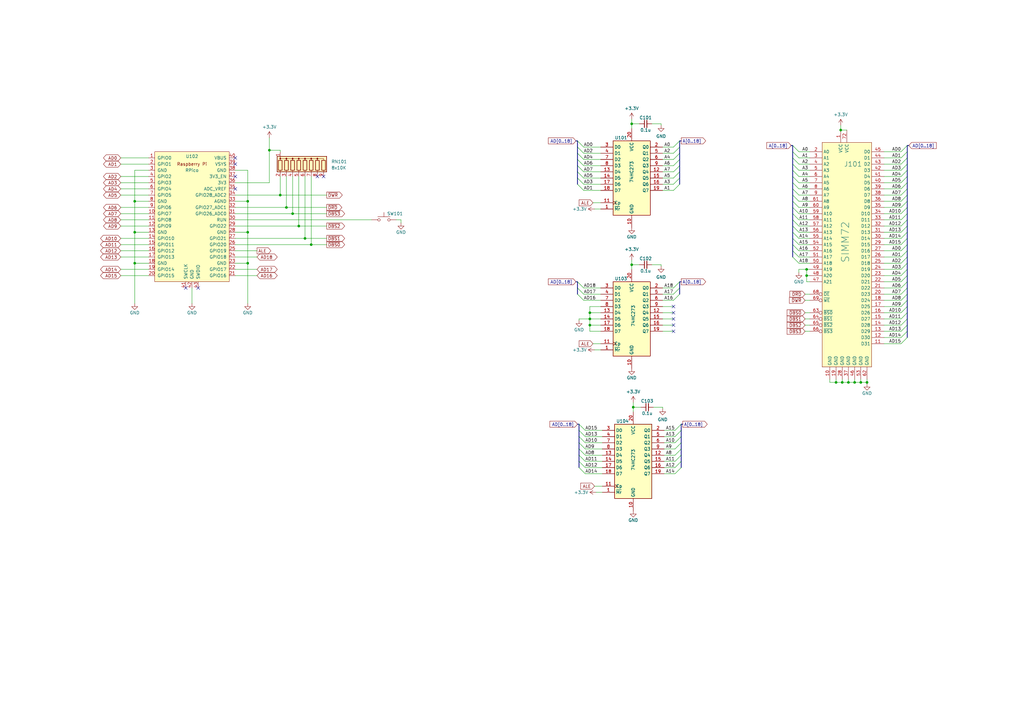
<source format=kicad_sch>
(kicad_sch (version 20230121) (generator eeschema)
  (paper "A3")
  (title_block (title "Raven ROM programmer") (date "2024") (rev "A1") (company "www.happydaze.se"))
  (lib_symbols
    (symbol "68k:RPico" (pin_names (offset 1.016))
      (property "Reference" "U" (at -13.97 27.94 0))
      (property "Value" "RPico" (at 0 19.05 0))
      (symbol "RPico_0_0"
        (text "Raspberry Pi" (at 0 21.59 0) (effects (font (size 1.27 1.27))))
      )
      (symbol "RPico_1_1"
        (pin bidirectional line (at -17.78 24.13 0) (length 2.54) (name "GPIO0") (number "1"))
        (pin bidirectional line (at -17.78 1.27 0) (length 2.54) (name "GPIO7") (number "10"))
        (pin bidirectional line (at -17.78 -1.27 0) (length 2.54) (name "GPIO8") (number "11"))
        (pin bidirectional line (at -17.78 -3.81 0) (length 2.54) (name "GPIO9") (number "12"))
        (pin power_in line (at -17.78 -6.35 0) (length 2.54) (name "GND") (number "13"))
        (pin bidirectional line (at -17.78 -8.89 0) (length 2.54) (name "GPIO10") (number "14"))
        (pin bidirectional line (at -17.78 -11.43 0) (length 2.54) (name "GPIO11") (number "15"))
        (pin bidirectional line (at -17.78 -13.97 0) (length 2.54) (name "GPIO12") (number "16"))
        (pin bidirectional line (at -17.78 -16.51 0) (length 2.54) (name "GPIO13") (number "17"))
        (pin power_in line (at -17.78 -19.05 0) (length 2.54) (name "GND") (number "18"))
        (pin bidirectional line (at -17.78 -21.59 0) (length 2.54) (name "GPIO14") (number "19"))
        (pin bidirectional line (at -17.78 21.59 0) (length 2.54) (name "GPIO1") (number "2"))
        (pin bidirectional line (at -17.78 -24.13 0) (length 2.54) (name "GPIO15") (number "20"))
        (pin bidirectional line (at 17.78 -24.13 180) (length 2.54) (name "GPIO16") (number "21"))
        (pin bidirectional line (at 17.78 -21.59 180) (length 2.54) (name "GPIO17") (number "22"))
        (pin power_in line (at 17.78 -19.05 180) (length 2.54) (name "GND") (number "23"))
        (pin bidirectional line (at 17.78 -16.51 180) (length 2.54) (name "GPIO18") (number "24"))
        (pin bidirectional line (at 17.78 -13.97 180) (length 2.54) (name "GPIO19") (number "25"))
        (pin bidirectional line (at 17.78 -11.43 180) (length 2.54) (name "GPIO20") (number "26"))
        (pin bidirectional line (at 17.78 -8.89 180) (length 2.54) (name "GPIO21") (number "27"))
        (pin power_in line (at 17.78 -6.35 180) (length 2.54) (name "GND") (number "28"))
        (pin bidirectional line (at 17.78 -3.81 180) (length 2.54) (name "GPIO22") (number "29"))
        (pin power_in line (at -17.78 19.05 0) (length 2.54) (name "GND") (number "3"))
        (pin input line (at 17.78 -1.27 180) (length 2.54) (name "RUN") (number "30"))
        (pin bidirectional line (at 17.78 1.27 180) (length 2.54) (name "GPIO26_ADC0") (number "31"))
        (pin bidirectional line (at 17.78 3.81 180) (length 2.54) (name "GPIO27_ADC1") (number "32"))
        (pin power_in line (at 17.78 6.35 180) (length 2.54) (name "AGND") (number "33"))
        (pin bidirectional line (at 17.78 8.89 180) (length 2.54) (name "GPIO28_ADC2") (number "34"))
        (pin unspecified line (at 17.78 11.43 180) (length 2.54) (name "ADC_VREF") (number "35"))
        (pin unspecified line (at 17.78 13.97 180) (length 2.54) (name "3V3") (number "36"))
        (pin input line (at 17.78 16.51 180) (length 2.54) (name "3V3_EN") (number "37"))
        (pin bidirectional line (at 17.78 19.05 180) (length 2.54) (name "GND") (number "38"))
        (pin unspecified line (at 17.78 21.59 180) (length 2.54) (name "VSYS") (number "39"))
        (pin bidirectional line (at -17.78 16.51 0) (length 2.54) (name "GPIO2") (number "4"))
        (pin unspecified line (at 17.78 24.13 180) (length 2.54) (name "VBUS") (number "40"))
        (pin input line (at -2.54 -29.21 90) (length 2.54) (name "SWCLK") (number "41"))
        (pin power_in line (at 0 -29.21 90) (length 2.54) (name "GND") (number "42"))
        (pin bidirectional line (at 2.54 -29.21 90) (length 2.54) (name "SWDIO") (number "43"))
        (pin bidirectional line (at -17.78 13.97 0) (length 2.54) (name "GPIO3") (number "5"))
        (pin bidirectional line (at -17.78 11.43 0) (length 2.54) (name "GPIO4") (number "6"))
        (pin bidirectional line (at -17.78 8.89 0) (length 2.54) (name "GPIO5") (number "7"))
        (pin power_in line (at -17.78 6.35 0) (length 2.54) (name "GND") (number "8"))
        (pin bidirectional line (at -17.78 3.81 0) (length 2.54) (name "GPIO6") (number "9"))
      )
    )
    (symbol "68k:SIMM72-Raven"
      (property "Reference" "J" (at 0 29.21 0))
      (property "Value" "SIMM72" (at 1.27 0 90))
      (symbol "SIMM72-Raven_1_1"
        (pin power_in line (at -1.27 46.99 270) (length 5.08) (name "VCC") (number "1"))
        (pin power_in line (at -5.715 -55.245 90) (length 5.08) (name "GND") (number "10"))
        (pin bidirectional line (at 16.51 -40.64 180) (length 5.08) (name "D31") (number "11"))
        (pin bidirectional line (at 16.51 -38.1 180) (length 5.08) (name "D30") (number "12"))
        (pin bidirectional line (at 16.51 -35.56 180) (length 5.08) (name "D29") (number "13"))
        (pin bidirectional line (at 16.51 -33.02 180) (length 5.08) (name "D28") (number "14"))
        (pin bidirectional line (at 16.51 -30.48 180) (length 5.08) (name "D27") (number "15"))
        (pin bidirectional line (at 16.51 -27.94 180) (length 5.08) (name "D26") (number "16"))
        (pin bidirectional line (at 16.51 -25.4 180) (length 5.08) (name "D25") (number "17"))
        (pin bidirectional line (at 16.51 -22.86 180) (length 5.08) (name "D24") (number "18"))
        (pin power_in line (at -3.175 -55.245 90) (length 5.08) (name "GND") (number "19"))
        (pin input line (at -13.97 38.1 0) (length 5.08) (name "A0") (number "2"))
        (pin bidirectional line (at 16.51 -20.32 180) (length 5.08) (name "D23") (number "20"))
        (pin bidirectional line (at 16.51 -17.78 180) (length 5.08) (name "D22") (number "21"))
        (pin bidirectional line (at 16.51 -15.24 180) (length 5.08) (name "D21") (number "22"))
        (pin bidirectional line (at 16.51 -12.7 180) (length 5.08) (name "D20") (number "23"))
        (pin bidirectional line (at 16.51 -10.16 180) (length 5.08) (name "D19") (number "24"))
        (pin bidirectional line (at 16.51 -7.62 180) (length 5.08) (name "D18") (number "25"))
        (pin bidirectional line (at 16.51 -5.08 180) (length 5.08) (name "D17") (number "26"))
        (pin bidirectional line (at 16.51 -2.54 180) (length 5.08) (name "D16") (number "27"))
        (pin power_in line (at -0.635 -55.245 90) (length 5.08) (name "GND") (number "28"))
        (pin bidirectional line (at 16.51 0 180) (length 5.08) (name "D15") (number "29"))
        (pin input line (at -13.97 35.56 0) (length 5.08) (name "A1") (number "3"))
        (pin bidirectional line (at 16.51 2.54 180) (length 5.08) (name "D14") (number "30"))
        (pin bidirectional line (at 16.51 5.08 180) (length 5.08) (name "D13") (number "31"))
        (pin bidirectional line (at 16.51 7.62 180) (length 5.08) (name "D12") (number "32"))
        (pin bidirectional line (at 16.51 10.16 180) (length 5.08) (name "D11") (number "33"))
        (pin bidirectional line (at 16.51 12.7 180) (length 5.08) (name "D10") (number "34"))
        (pin bidirectional line (at 16.51 15.24 180) (length 5.08) (name "D9") (number "35"))
        (pin bidirectional line (at 16.51 17.78 180) (length 5.08) (name "D8") (number "36"))
        (pin power_in line (at 1.905 -55.245 90) (length 5.08) (name "GND") (number "37"))
        (pin bidirectional line (at 16.51 20.32 180) (length 5.08) (name "D7") (number "38"))
        (pin bidirectional line (at 16.51 22.86 180) (length 5.08) (name "D6") (number "39"))
        (pin input line (at -13.97 33.02 0) (length 5.08) (name "A2") (number "4"))
        (pin bidirectional line (at 16.51 25.4 180) (length 5.08) (name "D5") (number "40"))
        (pin bidirectional line (at 16.51 27.94 180) (length 5.08) (name "D4") (number "41"))
        (pin bidirectional line (at 16.51 30.48 180) (length 5.08) (name "D3") (number "42"))
        (pin bidirectional line (at 16.51 33.02 180) (length 5.08) (name "D2") (number "43"))
        (pin bidirectional line (at 16.51 35.56 180) (length 5.08) (name "D1") (number "44"))
        (pin bidirectional line (at 16.51 38.1 180) (length 5.08) (name "D0") (number "45"))
        (pin power_in line (at 4.445 -55.245 90) (length 5.08) (name "GND") (number "46"))
        (pin input line (at -13.97 -15.24 0) (length 5.08) (name "A21") (number "47"))
        (pin input line (at -13.97 -12.7 0) (length 5.08) (name "A20") (number "48"))
        (pin input line (at -13.97 -10.16 0) (length 5.08) (name "A19") (number "49"))
        (pin input line (at -13.97 30.48 0) (length 5.08) (name "A3") (number "5"))
        (pin input line (at -13.97 -7.62 0) (length 5.08) (name "A18") (number "50"))
        (pin input line (at -13.97 -5.08 0) (length 5.08) (name "A17") (number "51"))
        (pin input line (at -13.97 -2.54 0) (length 5.08) (name "A16") (number "52"))
        (pin power_in line (at 6.985 -55.245 90) (length 5.08) (name "GND") (number "53"))
        (pin input line (at -13.97 0 0) (length 5.08) (name "A15") (number "54"))
        (pin input line (at -13.97 2.54 0) (length 5.08) (name "A14") (number "55"))
        (pin input line (at -13.97 5.08 0) (length 5.08) (name "A13") (number "56"))
        (pin input line (at -13.97 7.62 0) (length 5.08) (name "A12") (number "57"))
        (pin input line (at -13.97 10.16 0) (length 5.08) (name "A11") (number "58"))
        (pin input line (at -13.97 12.7 0) (length 5.08) (name "A10") (number "59"))
        (pin input line (at -13.97 27.94 0) (length 5.08) (name "A4") (number "6"))
        (pin input line (at -13.97 15.24 0) (length 5.08) (name "A9") (number "60"))
        (pin input line (at -13.97 17.78 0) (length 5.08) (name "A8") (number "61"))
        (pin power_in line (at 9.525 -55.245 90) (length 5.08) (name "GND") (number "62"))
        (pin input inverted (at -13.97 -27.94 0) (length 5.08) (name "~{BS0}") (number "63"))
        (pin input inverted (at -13.97 -30.48 0) (length 5.08) (name "~{BS1}") (number "64"))
        (pin input inverted (at -13.97 -33.02 0) (length 5.08) (name "~{BS2}") (number "65"))
        (pin input inverted (at -13.97 -35.56 0) (length 5.08) (name "~{BS3}") (number "66"))
        (pin no_connect inverted (at -8.89 -39.37 180) (length 5.08) hide (name "nc") (number "67"))
        (pin input inverted (at -13.97 -20.32 0) (length 5.08) (name "~{OE}") (number "68"))
        (pin input inverted (at -13.97 -22.86 0) (length 5.08) (name "~{WE}") (number "69"))
        (pin input line (at -13.97 25.4 0) (length 5.08) (name "A5") (number "7"))
        (pin no_connect line (at -8.89 -41.91 180) (length 5.08) hide (name "nc") (number "70"))
        (pin no_connect line (at -8.89 -44.45 180) (length 5.08) hide (name "nc") (number "71"))
        (pin power_in line (at 1.27 46.99 270) (length 5.08) (name "VCC") (number "72"))
        (pin input line (at -13.97 22.86 0) (length 5.08) (name "A6") (number "8"))
        (pin input line (at -13.97 20.32 0) (length 5.08) (name "A7") (number "9"))
      )
    )
    (symbol "68k:SW_Push_PCB_THT" (pin_numbers hide) (pin_names (offset 1.016) hide)
      (property "Reference" "SW" (at 1.27 2.54 0))
      (symbol "SW_Push_PCB_THT_0_1"
        (pin passive line (at -5.08 0 0) (length 2.54) (name "1") (number "1"))
        (pin passive line (at 5.08 0 180) (length 2.54) (name "2") (number "2"))
      )
    )
    (symbol "74xx:74LS273"
      (property "Reference" "U" (at -7.62 16.51 0))
      (property "Value" "74LS273" (at -7.62 -16.51 0))
      (symbol "74LS273_1_0"
        (pin input line (at -12.7 -12.7 0) (length 5.08) (name "~{Mr}") (number "1"))
        (pin power_in line (at 0 -20.32 90) (length 5.08) (name "GND") (number "10"))
        (pin input clock (at -12.7 -10.16 0) (length 5.08) (name "Cp") (number "11"))
        (pin output line (at 12.7 2.54 180) (length 5.08) (name "Q4") (number "12"))
        (pin input line (at -12.7 2.54 0) (length 5.08) (name "D4") (number "13"))
        (pin input line (at -12.7 0 0) (length 5.08) (name "D5") (number "14"))
        (pin output line (at 12.7 0 180) (length 5.08) (name "Q5") (number "15"))
        (pin output line (at 12.7 -2.54 180) (length 5.08) (name "Q6") (number "16"))
        (pin input line (at -12.7 -2.54 0) (length 5.08) (name "D6") (number "17"))
        (pin input line (at -12.7 -5.08 0) (length 5.08) (name "D7") (number "18"))
        (pin output line (at 12.7 -5.08 180) (length 5.08) (name "Q7") (number "19"))
        (pin output line (at 12.7 12.7 180) (length 5.08) (name "Q0") (number "2"))
        (pin power_in line (at 0 20.32 270) (length 5.08) (name "VCC") (number "20"))
        (pin input line (at -12.7 12.7 0) (length 5.08) (name "D0") (number "3"))
        (pin input line (at -12.7 10.16 0) (length 5.08) (name "D1") (number "4"))
        (pin output line (at 12.7 10.16 180) (length 5.08) (name "Q1") (number "5"))
        (pin output line (at 12.7 7.62 180) (length 5.08) (name "Q2") (number "6"))
        (pin input line (at -12.7 7.62 0) (length 5.08) (name "D2") (number "7"))
        (pin input line (at -12.7 5.08 0) (length 5.08) (name "D3") (number "8"))
        (pin output line (at 12.7 5.08 180) (length 5.08) (name "Q3") (number "9"))
      )
    )
    (symbol "Device:C_Small" (pin_numbers hide) (pin_names (offset 0.254) hide)
      (property "Reference" "C" (at 0.254 1.778 0))
      (property "Value" "0.1uF" (at 0.254 -2.032 0))
      (symbol "C_Small_1_1"
        (pin passive line (at 0 2.54 270) (length 2.032) (name "~") (number "1"))
        (pin passive line (at 0 -2.54 90) (length 2.032) (name "~") (number "2"))
      )
    )
    (symbol "Device:R_Network08" (pin_names (offset 0) hide)
      (property "Reference" "RN" (at -12.7 0 90))
      (property "Value" "R_Network08" (at 10.16 0 90))
      (symbol "R_Network08_1_1"
        (pin passive line (at -10.16 5.08 270) (length 2.54) (name "common") (number "1"))
        (pin passive line (at -10.16 -5.08 90) (length 1.27) (name "R1") (number "2"))
        (pin passive line (at -7.62 -5.08 90) (length 1.27) (name "R2") (number "3"))
        (pin passive line (at -5.08 -5.08 90) (length 1.27) (name "R3") (number "4"))
        (pin passive line (at -2.54 -5.08 90) (length 1.27) (name "R4") (number "5"))
        (pin passive line (at 0 -5.08 90) (length 1.27) (name "R5") (number "6"))
        (pin passive line (at 2.54 -5.08 90) (length 1.27) (name "R6") (number "7"))
        (pin passive line (at 5.08 -5.08 90) (length 1.27) (name "R7") (number "8"))
        (pin passive line (at 7.62 -5.08 90) (length 1.27) (name "R8") (number "9"))
      )
    )
    (symbol "power:+3.3V" (power) (pin_names (offset 0))
      (property "Value" "+3.3V" (at 0 3.556 0))
      (symbol "+3.3V_1_1"
        (pin power_in line (at 0 0 90) (length 0) hide (name "+3.3V") (number "1"))
      )
    )
    (symbol "power:GND" (power) (pin_names (offset 0))
      (property "Value" "GND" (at 0 -3.81 0))
      (symbol "GND_1_1"
        (pin power_in line (at 0 0 270) (length 0) hide (name "GND") (number "1"))
      )
    )
  )
  (junction (at 353.06 156.845))
  (junction (at 344.805 53.34))
  (junction (at 110.49 61.595))
  (junction (at 345.44 156.845))
  (junction (at 122.555 92.71))
  (junction (at 350.52 156.845))
  (junction (at 117.475 85.09))
  (junction (at 342.9 156.845))
  (junction (at 114.935 80.01))
  (junction (at 355.6 156.845))
  (junction (at 120.015 87.63))
  (junction (at 330.835 113.03))
  (junction (at 101.6 95.25))
  (junction (at 259.08 50.8))
  (junction (at 347.98 156.845))
  (junction (at 259.08 108.585))
  (junction (at 55.245 95.25))
  (junction (at 241.935 128.27))
  (junction (at 125.095 97.79))
  (junction (at 55.245 82.55))
  (junction (at 259.715 167.005))
  (junction (at 241.935 133.35))
  (junction (at 127.635 100.33))
  (junction (at 330.835 110.49))
  (junction (at 101.6 107.95))
  (junction (at 241.935 130.81))
  (junction (at 101.6 82.55))
  (junction (at 55.245 107.95))
  (no_connect (at 276.225 130.81))
  (no_connect (at 96.52 77.47))
  (no_connect (at 276.225 135.89))
  (no_connect (at 81.28 118.11))
  (no_connect (at 276.225 128.27))
  (no_connect (at 96.52 67.31))
  (no_connect (at 76.2 118.11))
  (no_connect (at 130.175 72.39))
  (no_connect (at 276.225 133.35))
  (no_connect (at 132.715 72.39))
  (no_connect (at 276.225 125.73))
  (no_connect (at 96.52 72.39))
  (no_connect (at 96.52 64.77))
  (bus_entry (at 236.855 62.865) (size 2.54 2.54))
  (bus_entry (at 372.11 69.85) (size -2.54 2.54))
  (bus_entry (at 372.11 107.95) (size -2.54 2.54))
  (bus_entry (at 278.765 70.485) (size -2.54 2.54))
  (bus_entry (at 325.12 105.41) (size 2.54 2.54))
  (bus_entry (at 325.12 69.85) (size 2.54 2.54))
  (bus_entry (at 279.4 173.99) (size -2.54 2.54))
  (bus_entry (at 372.11 82.55) (size -2.54 2.54))
  (bus_entry (at 236.855 65.405) (size 2.54 2.54))
  (bus_entry (at 278.765 67.945) (size -2.54 2.54))
  (bus_entry (at 372.11 130.81) (size -2.54 2.54))
  (bus_entry (at 278.765 120.65) (size -2.54 2.54))
  (bus_entry (at 325.12 95.25) (size 2.54 2.54))
  (bus_entry (at 372.11 118.11) (size -2.54 2.54))
  (bus_entry (at 372.11 110.49) (size -2.54 2.54))
  (bus_entry (at 278.765 73.025) (size -2.54 2.54))
  (bus_entry (at 237.49 179.07) (size 2.54 2.54))
  (bus_entry (at 372.11 64.77) (size -2.54 2.54))
  (bus_entry (at 279.4 186.69) (size -2.54 2.54))
  (bus_entry (at 236.855 57.785) (size 2.54 2.54))
  (bus_entry (at 325.12 85.09) (size 2.54 2.54))
  (bus_entry (at 372.11 105.41) (size -2.54 2.54))
  (bus_entry (at 278.765 57.785) (size -2.54 2.54))
  (bus_entry (at 325.12 90.17) (size 2.54 2.54))
  (bus_entry (at 372.11 72.39) (size -2.54 2.54))
  (bus_entry (at 325.12 67.31) (size 2.54 2.54))
  (bus_entry (at 278.765 115.57) (size -2.54 2.54))
  (bus_entry (at 236.855 67.945) (size 2.54 2.54))
  (bus_entry (at 325.12 80.01) (size 2.54 2.54))
  (bus_entry (at 236.855 115.57) (size 2.54 2.54))
  (bus_entry (at 372.11 67.31) (size -2.54 2.54))
  (bus_entry (at 279.4 176.53) (size -2.54 2.54))
  (bus_entry (at 372.11 120.65) (size -2.54 2.54))
  (bus_entry (at 325.12 77.47) (size 2.54 2.54))
  (bus_entry (at 325.12 92.71) (size 2.54 2.54))
  (bus_entry (at 372.11 90.17) (size -2.54 2.54))
  (bus_entry (at 278.765 62.865) (size -2.54 2.54))
  (bus_entry (at 278.765 65.405) (size -2.54 2.54))
  (bus_entry (at 236.855 60.325) (size 2.54 2.54))
  (bus_entry (at 372.11 95.25) (size -2.54 2.54))
  (bus_entry (at 237.49 176.53) (size 2.54 2.54))
  (bus_entry (at 278.765 118.11) (size -2.54 2.54))
  (bus_entry (at 372.11 138.43) (size -2.54 2.54))
  (bus_entry (at 372.11 133.35) (size -2.54 2.54))
  (bus_entry (at 325.12 97.79) (size 2.54 2.54))
  (bus_entry (at 236.855 70.485) (size 2.54 2.54))
  (bus_entry (at 325.12 102.87) (size 2.54 2.54))
  (bus_entry (at 372.11 100.33) (size -2.54 2.54))
  (bus_entry (at 372.11 113.03) (size -2.54 2.54))
  (bus_entry (at 325.12 72.39) (size 2.54 2.54))
  (bus_entry (at 237.49 173.99) (size 2.54 2.54))
  (bus_entry (at 278.765 60.325) (size -2.54 2.54))
  (bus_entry (at 279.4 191.77) (size -2.54 2.54))
  (bus_entry (at 372.11 62.23) (size -2.54 2.54))
  (bus_entry (at 372.11 87.63) (size -2.54 2.54))
  (bus_entry (at 325.12 100.33) (size 2.54 2.54))
  (bus_entry (at 372.11 92.71) (size -2.54 2.54))
  (bus_entry (at 236.855 75.565) (size 2.54 2.54))
  (bus_entry (at 279.4 184.15) (size -2.54 2.54))
  (bus_entry (at 236.855 73.025) (size 2.54 2.54))
  (bus_entry (at 372.11 135.89) (size -2.54 2.54))
  (bus_entry (at 279.4 189.23) (size -2.54 2.54))
  (bus_entry (at 279.4 181.61) (size -2.54 2.54))
  (bus_entry (at 236.855 118.11) (size 2.54 2.54))
  (bus_entry (at 325.12 59.69) (size 2.54 2.54))
  (bus_entry (at 237.49 184.15) (size 2.54 2.54))
  (bus_entry (at 372.11 102.87) (size -2.54 2.54))
  (bus_entry (at 325.12 74.93) (size 2.54 2.54))
  (bus_entry (at 237.49 191.77) (size 2.54 2.54))
  (bus_entry (at 372.11 59.69) (size -2.54 2.54))
  (bus_entry (at 325.12 62.23) (size 2.54 2.54))
  (bus_entry (at 278.765 75.565) (size -2.54 2.54))
  (bus_entry (at 237.49 189.23) (size 2.54 2.54))
  (bus_entry (at 325.12 64.77) (size 2.54 2.54))
  (bus_entry (at 372.11 97.79) (size -2.54 2.54))
  (bus_entry (at 372.11 125.73) (size -2.54 2.54))
  (bus_entry (at 237.49 181.61) (size 2.54 2.54))
  (bus_entry (at 279.4 179.07) (size -2.54 2.54))
  (bus_entry (at 325.12 87.63) (size 2.54 2.54))
  (bus_entry (at 372.11 77.47) (size -2.54 2.54))
  (bus_entry (at 372.11 80.01) (size -2.54 2.54))
  (bus_entry (at 236.855 120.65) (size 2.54 2.54))
  (bus_entry (at 372.11 85.09) (size -2.54 2.54))
  (bus_entry (at 237.49 186.69) (size 2.54 2.54))
  (bus_entry (at 372.11 123.19) (size -2.54 2.54))
  (bus_entry (at 325.12 82.55) (size 2.54 2.54))
  (bus_entry (at 372.11 128.27) (size -2.54 2.54))
  (bus_entry (at 372.11 74.93) (size -2.54 2.54))
  (bus_entry (at 372.11 115.57) (size -2.54 2.54))
  (bus (pts (xy 325.12 97.79) (xy 325.12 100.33)))
  (wire (pts (xy 332.105 72.39) (xy 327.66 72.39)))
  (wire (pts (xy 114.935 80.01) (xy 133.985 80.01)))
  (wire (pts (xy 330.835 110.49) (xy 330.835 113.03)))
  (wire (pts (xy 332.105 67.31) (xy 327.66 67.31)))
  (wire (pts (xy 272.415 186.69) (xy 276.86 186.69)))
  (bus (pts (xy 325.12 72.39) (xy 325.12 69.85)))
  (bus (pts (xy 236.855 118.11) (xy 236.855 115.57)))
  (wire (pts (xy 369.57 82.55) (xy 362.585 82.55)))
  (bus (pts (xy 237.49 191.77) (xy 237.49 189.23)))
  (wire (pts (xy 127.635 72.39) (xy 127.635 100.33)))
  (wire (pts (xy 271.78 125.73) (xy 276.225 125.73)))
  (wire (pts (xy 271.78 120.65) (xy 276.225 120.65)))
  (bus (pts (xy 372.11 123.19) (xy 372.11 120.65)))
  (wire (pts (xy 110.49 61.595) (xy 114.935 61.595)))
  (wire (pts (xy 369.57 115.57) (xy 362.585 115.57)))
  (wire (pts (xy 49.53 105.41) (xy 60.96 105.41)))
  (bus (pts (xy 237.49 176.53) (xy 237.49 173.99)))
  (wire (pts (xy 241.935 128.27) (xy 241.935 130.81)))
  (wire (pts (xy 271.78 167.005) (xy 271.78 167.64)))
  (wire (pts (xy 369.57 92.71) (xy 362.585 92.71)))
  (wire (pts (xy 259.715 165.1) (xy 259.715 167.005)))
  (wire (pts (xy 330.835 113.03) (xy 332.105 113.03)))
  (wire (pts (xy 272.415 176.53) (xy 276.86 176.53)))
  (wire (pts (xy 55.245 95.25) (xy 60.96 95.25)))
  (wire (pts (xy 271.78 118.11) (xy 276.225 118.11)))
  (wire (pts (xy 239.395 60.325) (xy 246.38 60.325)))
  (bus (pts (xy 372.11 133.35) (xy 372.11 130.81)))
  (wire (pts (xy 345.44 156.845) (xy 347.98 156.845)))
  (wire (pts (xy 60.96 69.85) (xy 55.245 69.85)))
  (wire (pts (xy 369.57 87.63) (xy 362.585 87.63)))
  (wire (pts (xy 330.2 128.27) (xy 332.105 128.27)))
  (bus (pts (xy 279.4 184.15) (xy 279.4 181.61)))
  (wire (pts (xy 122.555 72.39) (xy 122.555 92.71)))
  (wire (pts (xy 96.52 107.95) (xy 101.6 107.95)))
  (bus (pts (xy 236.855 75.565) (xy 236.855 73.025)))
  (wire (pts (xy 96.52 95.25) (xy 101.6 95.25)))
  (wire (pts (xy 353.06 155.575) (xy 353.06 156.845)))
  (bus (pts (xy 325.12 67.31) (xy 325.12 64.77)))
  (wire (pts (xy 330.2 133.35) (xy 332.105 133.35)))
  (wire (pts (xy 369.57 123.19) (xy 362.585 123.19)))
  (bus (pts (xy 237.49 179.07) (xy 237.49 176.53)))
  (wire (pts (xy 49.53 113.03) (xy 60.96 113.03)))
  (wire (pts (xy 96.52 92.71) (xy 122.555 92.71)))
  (bus (pts (xy 278.765 57.785) (xy 279.4 57.785)))
  (bus (pts (xy 372.11 85.09) (xy 372.11 82.55)))
  (wire (pts (xy 49.53 85.09) (xy 60.96 85.09)))
  (wire (pts (xy 240.03 191.77) (xy 247.015 191.77)))
  (bus (pts (xy 278.765 60.325) (xy 278.765 57.785)))
  (bus (pts (xy 372.11 64.77) (xy 372.11 62.23)))
  (wire (pts (xy 271.78 62.865) (xy 276.225 62.865)))
  (wire (pts (xy 240.03 194.31) (xy 247.015 194.31)))
  (wire (pts (xy 271.145 108.585) (xy 271.145 109.22)))
  (bus (pts (xy 372.11 87.63) (xy 372.11 85.09)))
  (wire (pts (xy 246.38 125.73) (xy 241.935 125.73)))
  (wire (pts (xy 125.095 97.79) (xy 133.985 97.79)))
  (wire (pts (xy 332.105 87.63) (xy 327.66 87.63)))
  (wire (pts (xy 332.105 100.33) (xy 327.66 100.33)))
  (wire (pts (xy 340.36 155.575) (xy 340.36 156.845)))
  (wire (pts (xy 353.06 156.845) (xy 355.6 156.845)))
  (bus (pts (xy 372.11 82.55) (xy 372.11 80.01)))
  (wire (pts (xy 369.57 74.93) (xy 362.585 74.93)))
  (wire (pts (xy 120.015 72.39) (xy 120.015 87.63)))
  (wire (pts (xy 162.56 90.17) (xy 164.465 90.17)))
  (wire (pts (xy 55.245 69.85) (xy 55.245 82.55)))
  (wire (pts (xy 239.395 118.11) (xy 246.38 118.11)))
  (wire (pts (xy 96.52 85.09) (xy 117.475 85.09)))
  (bus (pts (xy 237.49 189.23) (xy 237.49 186.69)))
  (bus (pts (xy 279.4 181.61) (xy 279.4 179.07)))
  (wire (pts (xy 240.03 189.23) (xy 247.015 189.23)))
  (wire (pts (xy 96.52 80.01) (xy 114.935 80.01)))
  (bus (pts (xy 372.11 62.23) (xy 372.11 59.69)))
  (wire (pts (xy 369.57 90.17) (xy 362.585 90.17)))
  (wire (pts (xy 271.78 123.19) (xy 276.225 123.19)))
  (bus (pts (xy 236.855 62.865) (xy 236.855 60.325)))
  (bus (pts (xy 372.11 97.79) (xy 372.11 95.25)))
  (bus (pts (xy 372.11 110.49) (xy 372.11 107.95)))
  (wire (pts (xy 271.78 73.025) (xy 276.225 73.025)))
  (wire (pts (xy 342.9 155.575) (xy 342.9 156.845)))
  (wire (pts (xy 259.08 108.585) (xy 259.08 110.49)))
  (wire (pts (xy 241.935 125.73) (xy 241.935 128.27)))
  (bus (pts (xy 325.12 90.17) (xy 325.12 87.63)))
  (wire (pts (xy 369.57 128.27) (xy 362.585 128.27)))
  (wire (pts (xy 164.465 90.17) (xy 164.465 91.44)))
  (bus (pts (xy 278.765 70.485) (xy 278.765 67.945)))
  (bus (pts (xy 372.11 74.93) (xy 372.11 72.39)))
  (bus (pts (xy 325.12 59.69) (xy 324.485 59.69)))
  (bus (pts (xy 372.11 67.31) (xy 372.11 64.77)))
  (wire (pts (xy 332.105 90.17) (xy 327.66 90.17)))
  (wire (pts (xy 246.38 135.89) (xy 241.935 135.89)))
  (bus (pts (xy 278.765 67.945) (xy 278.765 65.405)))
  (wire (pts (xy 271.78 67.945) (xy 276.225 67.945)))
  (bus (pts (xy 372.11 90.17) (xy 372.11 87.63)))
  (wire (pts (xy 239.395 78.105) (xy 246.38 78.105)))
  (wire (pts (xy 96.52 69.85) (xy 101.6 69.85)))
  (bus (pts (xy 279.4 173.99) (xy 280.035 173.99)))
  (bus (pts (xy 278.765 65.405) (xy 278.765 62.865)))
  (wire (pts (xy 246.38 133.35) (xy 241.935 133.35)))
  (wire (pts (xy 327.66 111.76) (xy 327.66 110.49)))
  (wire (pts (xy 271.78 135.89) (xy 276.225 135.89)))
  (wire (pts (xy 332.105 64.77) (xy 327.66 64.77)))
  (bus (pts (xy 236.855 70.485) (xy 236.855 67.945)))
  (wire (pts (xy 369.57 130.81) (xy 362.585 130.81)))
  (bus (pts (xy 372.11 128.27) (xy 372.11 125.73)))
  (wire (pts (xy 96.52 110.49) (xy 105.41 110.49)))
  (wire (pts (xy 259.08 106.68) (xy 259.08 108.585)))
  (wire (pts (xy 239.395 75.565) (xy 246.38 75.565)))
  (wire (pts (xy 237.49 130.81) (xy 237.49 131.445)))
  (wire (pts (xy 271.78 60.325) (xy 276.225 60.325)))
  (bus (pts (xy 372.11 107.95) (xy 372.11 105.41)))
  (wire (pts (xy 96.52 87.63) (xy 120.015 87.63)))
  (wire (pts (xy 96.52 90.17) (xy 152.4 90.17)))
  (wire (pts (xy 239.395 67.945) (xy 246.38 67.945)))
  (bus (pts (xy 278.765 62.865) (xy 278.765 60.325)))
  (wire (pts (xy 344.805 51.435) (xy 344.805 53.34)))
  (wire (pts (xy 267.335 50.8) (xy 271.145 50.8)))
  (wire (pts (xy 259.08 108.585) (xy 262.255 108.585)))
  (bus (pts (xy 372.11 77.47) (xy 372.11 74.93)))
  (wire (pts (xy 55.245 107.95) (xy 60.96 107.95)))
  (wire (pts (xy 347.98 155.575) (xy 347.98 156.845)))
  (bus (pts (xy 372.11 118.11) (xy 372.11 120.65)))
  (wire (pts (xy 96.52 100.33) (xy 127.635 100.33)))
  (wire (pts (xy 259.08 48.895) (xy 259.08 50.8)))
  (wire (pts (xy 243.84 143.51) (xy 246.38 143.51)))
  (wire (pts (xy 259.08 50.8) (xy 262.255 50.8)))
  (bus (pts (xy 372.11 97.79) (xy 372.11 100.33)))
  (bus (pts (xy 372.11 95.25) (xy 372.11 92.71)))
  (wire (pts (xy 239.395 120.65) (xy 246.38 120.65)))
  (bus (pts (xy 325.12 77.47) (xy 325.12 80.01)))
  (bus (pts (xy 372.11 77.47) (xy 372.11 80.01)))
  (wire (pts (xy 272.415 189.23) (xy 276.86 189.23)))
  (wire (pts (xy 49.53 67.31) (xy 60.96 67.31)))
  (wire (pts (xy 272.415 191.77) (xy 276.86 191.77)))
  (wire (pts (xy 241.935 130.81) (xy 237.49 130.81)))
  (bus (pts (xy 372.11 92.71) (xy 372.11 90.17)))
  (wire (pts (xy 120.015 87.63) (xy 133.985 87.63)))
  (wire (pts (xy 271.78 133.35) (xy 276.225 133.35)))
  (wire (pts (xy 272.415 179.07) (xy 276.86 179.07)))
  (wire (pts (xy 101.6 69.85) (xy 101.6 82.55)))
  (wire (pts (xy 330.2 130.81) (xy 332.105 130.81)))
  (bus (pts (xy 372.11 125.73) (xy 372.11 123.19)))
  (wire (pts (xy 110.49 61.595) (xy 110.49 74.93)))
  (bus (pts (xy 372.11 138.43) (xy 372.11 135.89)))
  (wire (pts (xy 239.395 70.485) (xy 246.38 70.485)))
  (wire (pts (xy 369.57 105.41) (xy 362.585 105.41)))
  (wire (pts (xy 350.52 156.845) (xy 353.06 156.845)))
  (wire (pts (xy 332.105 62.23) (xy 327.66 62.23)))
  (wire (pts (xy 55.245 95.25) (xy 55.245 107.95)))
  (wire (pts (xy 271.78 65.405) (xy 276.225 65.405)))
  (bus (pts (xy 372.11 113.03) (xy 372.11 110.49)))
  (wire (pts (xy 122.555 92.71) (xy 133.985 92.71)))
  (bus (pts (xy 236.855 67.945) (xy 236.855 65.405)))
  (wire (pts (xy 240.03 179.07) (xy 247.015 179.07)))
  (wire (pts (xy 369.57 80.01) (xy 362.585 80.01)))
  (bus (pts (xy 279.4 184.15) (xy 279.4 186.69)))
  (bus (pts (xy 278.765 73.025) (xy 278.765 70.485)))
  (bus (pts (xy 236.22 115.57) (xy 236.855 115.57)))
  (bus (pts (xy 325.12 77.47) (xy 325.12 74.93)))
  (wire (pts (xy 332.105 74.93) (xy 327.66 74.93)))
  (wire (pts (xy 96.52 105.41) (xy 105.41 105.41)))
  (bus (pts (xy 372.11 135.89) (xy 372.11 133.35)))
  (bus (pts (xy 278.765 120.65) (xy 278.765 118.11)))
  (wire (pts (xy 49.53 92.71) (xy 60.96 92.71)))
  (wire (pts (xy 327.66 110.49) (xy 330.835 110.49)))
  (wire (pts (xy 272.415 181.61) (xy 276.86 181.61)))
  (bus (pts (xy 237.49 184.15) (xy 237.49 181.61)))
  (wire (pts (xy 330.835 115.57) (xy 330.835 113.03)))
  (wire (pts (xy 369.57 95.25) (xy 362.585 95.25)))
  (wire (pts (xy 332.105 105.41) (xy 327.66 105.41)))
  (wire (pts (xy 78.74 118.11) (xy 78.74 124.46)))
  (wire (pts (xy 369.57 72.39) (xy 362.585 72.39)))
  (wire (pts (xy 369.57 85.09) (xy 362.585 85.09)))
  (bus (pts (xy 279.4 173.99) (xy 279.4 176.53)))
  (wire (pts (xy 114.935 72.39) (xy 114.935 80.01)))
  (wire (pts (xy 369.57 125.73) (xy 362.585 125.73)))
  (bus (pts (xy 325.12 64.77) (xy 325.12 62.23)))
  (wire (pts (xy 344.805 53.34) (xy 347.345 53.34)))
  (wire (pts (xy 239.395 65.405) (xy 246.38 65.405)))
  (bus (pts (xy 325.12 97.79) (xy 325.12 95.25)))
  (bus (pts (xy 237.49 184.15) (xy 237.49 186.69)))
  (wire (pts (xy 369.57 64.77) (xy 362.585 64.77)))
  (bus (pts (xy 278.765 115.57) (xy 279.4 115.57)))
  (wire (pts (xy 55.245 82.55) (xy 60.96 82.55)))
  (wire (pts (xy 96.52 82.55) (xy 101.6 82.55)))
  (wire (pts (xy 345.44 155.575) (xy 345.44 156.845)))
  (wire (pts (xy 332.105 97.79) (xy 327.66 97.79)))
  (bus (pts (xy 372.11 105.41) (xy 372.11 102.87)))
  (bus (pts (xy 325.12 102.87) (xy 325.12 100.33)))
  (wire (pts (xy 127.635 100.33) (xy 133.985 100.33)))
  (bus (pts (xy 372.11 69.85) (xy 372.11 67.31)))
  (wire (pts (xy 271.78 128.27) (xy 276.225 128.27)))
  (wire (pts (xy 271.145 50.8) (xy 271.145 51.435)))
  (wire (pts (xy 332.105 95.25) (xy 327.66 95.25)))
  (wire (pts (xy 49.53 100.33) (xy 60.96 100.33)))
  (wire (pts (xy 271.78 70.485) (xy 276.225 70.485)))
  (bus (pts (xy 372.11 72.39) (xy 372.11 69.85)))
  (wire (pts (xy 369.57 102.87) (xy 362.585 102.87)))
  (wire (pts (xy 110.49 56.515) (xy 110.49 61.595)))
  (wire (pts (xy 246.38 128.27) (xy 241.935 128.27)))
  (wire (pts (xy 60.96 72.39) (xy 49.53 72.39)))
  (wire (pts (xy 340.36 156.845) (xy 342.9 156.845)))
  (wire (pts (xy 101.6 82.55) (xy 101.6 95.25)))
  (wire (pts (xy 369.57 118.11) (xy 362.585 118.11)))
  (bus (pts (xy 325.12 62.23) (xy 325.12 59.69)))
  (wire (pts (xy 271.78 78.105) (xy 276.225 78.105)))
  (wire (pts (xy 330.2 135.89) (xy 332.105 135.89)))
  (wire (pts (xy 49.53 97.79) (xy 60.96 97.79)))
  (wire (pts (xy 369.57 133.35) (xy 362.585 133.35)))
  (wire (pts (xy 259.08 50.8) (xy 259.08 52.705)))
  (wire (pts (xy 369.57 67.31) (xy 362.585 67.31)))
  (wire (pts (xy 49.53 80.01) (xy 60.96 80.01)))
  (wire (pts (xy 347.98 156.845) (xy 350.52 156.845)))
  (wire (pts (xy 49.53 77.47) (xy 60.96 77.47)))
  (wire (pts (xy 239.395 73.025) (xy 246.38 73.025)))
  (wire (pts (xy 259.715 167.005) (xy 259.715 168.91)))
  (bus (pts (xy 325.12 85.09) (xy 325.12 82.55)))
  (wire (pts (xy 272.415 194.31) (xy 276.86 194.31)))
  (bus (pts (xy 236.855 120.65) (xy 236.855 118.11)))
  (bus (pts (xy 278.765 75.565) (xy 278.765 73.025)))
  (wire (pts (xy 117.475 72.39) (xy 117.475 85.09)))
  (wire (pts (xy 332.105 115.57) (xy 330.835 115.57)))
  (wire (pts (xy 267.335 108.585) (xy 271.145 108.585)))
  (bus (pts (xy 236.855 60.325) (xy 236.855 57.785)))
  (wire (pts (xy 259.715 167.005) (xy 262.89 167.005)))
  (bus (pts (xy 325.12 74.93) (xy 325.12 72.39)))
  (wire (pts (xy 369.57 110.49) (xy 362.585 110.49)))
  (bus (pts (xy 325.12 95.25) (xy 325.12 92.71)))
  (bus (pts (xy 372.745 59.69) (xy 372.11 59.69)))
  (wire (pts (xy 49.53 87.63) (xy 60.96 87.63)))
  (wire (pts (xy 355.6 156.845) (xy 355.6 157.48)))
  (wire (pts (xy 271.78 75.565) (xy 276.225 75.565)))
  (bus (pts (xy 325.12 69.85) (xy 325.12 67.31)))
  (wire (pts (xy 332.105 110.49) (xy 330.835 110.49)))
  (wire (pts (xy 101.6 95.25) (xy 101.6 107.95)))
  (wire (pts (xy 369.57 140.97) (xy 362.585 140.97)))
  (wire (pts (xy 369.57 77.47) (xy 362.585 77.47)))
  (wire (pts (xy 369.57 100.33) (xy 362.585 100.33)))
  (wire (pts (xy 332.105 92.71) (xy 327.66 92.71)))
  (bus (pts (xy 279.4 179.07) (xy 279.4 176.53)))
  (wire (pts (xy 240.03 186.69) (xy 247.015 186.69)))
  (wire (pts (xy 243.84 85.725) (xy 246.38 85.725)))
  (wire (pts (xy 240.03 181.61) (xy 247.015 181.61)))
  (wire (pts (xy 330.2 120.65) (xy 332.105 120.65)))
  (wire (pts (xy 243.205 83.185) (xy 246.38 83.185)))
  (wire (pts (xy 272.415 184.15) (xy 276.86 184.15)))
  (wire (pts (xy 241.935 133.35) (xy 241.935 135.89)))
  (wire (pts (xy 369.57 120.65) (xy 362.585 120.65)))
  (wire (pts (xy 271.78 130.81) (xy 276.225 130.81)))
  (wire (pts (xy 239.395 123.19) (xy 246.38 123.19)))
  (wire (pts (xy 267.97 167.005) (xy 271.78 167.005)))
  (wire (pts (xy 125.095 72.39) (xy 125.095 97.79)))
  (bus (pts (xy 279.4 191.77) (xy 279.4 189.23)))
  (wire (pts (xy 55.245 107.95) (xy 55.245 124.46)))
  (bus (pts (xy 237.49 181.61) (xy 237.49 179.07)))
  (wire (pts (xy 117.475 85.09) (xy 133.985 85.09)))
  (wire (pts (xy 332.105 80.01) (xy 327.66 80.01)))
  (wire (pts (xy 332.105 82.55) (xy 327.66 82.55)))
  (bus (pts (xy 325.12 82.55) (xy 325.12 80.01)))
  (wire (pts (xy 332.105 69.85) (xy 327.66 69.85)))
  (wire (pts (xy 49.53 64.77) (xy 60.96 64.77)))
  (wire (pts (xy 350.52 155.575) (xy 350.52 156.845)))
  (wire (pts (xy 96.52 113.03) (xy 105.41 113.03)))
  (wire (pts (xy 369.57 62.23) (xy 362.585 62.23)))
  (wire (pts (xy 332.105 102.87) (xy 327.66 102.87)))
  (wire (pts (xy 241.935 130.81) (xy 241.935 133.35)))
  (wire (pts (xy 96.52 97.79) (xy 125.095 97.79)))
  (wire (pts (xy 369.57 138.43) (xy 362.585 138.43)))
  (wire (pts (xy 49.53 110.49) (xy 60.96 110.49)))
  (wire (pts (xy 49.53 90.17) (xy 60.96 90.17)))
  (bus (pts (xy 236.855 173.99) (xy 237.49 173.99)))
  (wire (pts (xy 239.395 62.865) (xy 246.38 62.865)))
  (wire (pts (xy 240.03 184.15) (xy 247.015 184.15)))
  (wire (pts (xy 369.57 107.95) (xy 362.585 107.95)))
  (bus (pts (xy 325.12 87.63) (xy 325.12 85.09)))
  (wire (pts (xy 246.38 130.81) (xy 241.935 130.81)))
  (wire (pts (xy 369.57 113.03) (xy 362.585 113.03)))
  (wire (pts (xy 114.935 62.23) (xy 114.935 61.595)))
  (wire (pts (xy 96.52 74.93) (xy 110.49 74.93)))
  (wire (pts (xy 332.105 85.09) (xy 327.66 85.09)))
  (wire (pts (xy 330.2 123.19) (xy 332.105 123.19)))
  (wire (pts (xy 240.03 176.53) (xy 247.015 176.53)))
  (wire (pts (xy 243.84 199.39) (xy 247.015 199.39)))
  (bus (pts (xy 236.855 73.025) (xy 236.855 70.485)))
  (wire (pts (xy 332.105 77.47) (xy 327.66 77.47)))
  (wire (pts (xy 355.6 155.575) (xy 355.6 156.845)))
  (bus (pts (xy 236.22 57.785) (xy 236.855 57.785)))
  (wire (pts (xy 369.57 97.79) (xy 362.585 97.79)))
  (wire (pts (xy 369.57 69.85) (xy 362.585 69.85)))
  (bus (pts (xy 236.855 65.405) (xy 236.855 62.865)))
  (wire (pts (xy 244.475 201.93) (xy 247.015 201.93)))
  (wire (pts (xy 342.9 156.845) (xy 345.44 156.845)))
  (bus (pts (xy 278.765 118.11) (xy 278.765 115.57)))
  (wire (pts (xy 96.52 102.87) (xy 105.41 102.87)))
  (bus (pts (xy 372.11 130.81) (xy 372.11 128.27)))
  (wire (pts (xy 49.53 102.87) (xy 60.96 102.87)))
  (wire (pts (xy 332.105 107.95) (xy 327.66 107.95)))
  (bus (pts (xy 372.11 118.11) (xy 372.11 115.57)))
  (bus (pts (xy 372.11 102.87) (xy 372.11 100.33)))
  (bus (pts (xy 372.11 115.57) (xy 372.11 113.03)))
  (bus (pts (xy 279.4 189.23) (xy 279.4 186.69)))
  (wire (pts (xy 369.57 135.89) (xy 362.585 135.89)))
  (wire (pts (xy 101.6 107.95) (xy 101.6 124.46)))
  (wire (pts (xy 243.205 140.97) (xy 246.38 140.97)))
  (bus (pts (xy 325.12 92.71) (xy 325.12 90.17)))
  (wire (pts (xy 60.96 74.93) (xy 49.53 74.93)))
  (wire (pts (xy 55.245 82.55) (xy 55.245 95.25)))
  (bus (pts (xy 325.12 105.41) (xy 325.12 102.87)))
  (label "A15" (at 273.05 176.53 0))
  (label "AD5" (at 239.395 73.025 0))
  (label "AD16" (at 239.395 123.19 0))
  (label "A11" (at 273.05 189.23 0))
  (label "A13" (at 331.47 95.25 180))
  (label "AD12" (at 369.57 92.71 180))
  (label "A6" (at 272.415 67.945 0))
  (label "AD11" (at 369.57 90.17 180))
  (label "AD3" (at 369.57 69.85 180))
  (label "AD1" (at 369.57 105.41 180))
  (label "A11" (at 331.47 90.17 180))
  (label "A7" (at 331.47 80.01 180))
  (label "AD9" (at 369.57 125.73 180))
  (label "A10" (at 331.47 87.63 180))
  (label "AD14" (at 369.57 138.43 180))
  (label "AD0" (at 239.395 60.325 0))
  (label "AD7" (at 369.57 120.65 180))
  (label "A8" (at 331.47 82.55 180))
  (label "A17" (at 331.47 105.41 180))
  (label "A18" (at 331.47 107.95 180))
  (label "A16" (at 331.47 102.87 180))
  (label "AD13" (at 369.57 95.25 180))
  (label "A12" (at 273.05 191.77 0))
  (label "AD12" (at 369.57 133.35 180))
  (label "A13" (at 273.05 179.07 0))
  (label "A3" (at 331.47 69.85 180))
  (label "AD15" (at 240.03 176.53 0))
  (label "AD6" (at 369.57 77.47 180))
  (label "A2" (at 272.415 62.865 0))
  (label "AD9" (at 240.03 184.15 0))
  (label "A18" (at 272.415 118.11 0))
  (label "AD17" (at 239.395 120.65 0))
  (label "A14" (at 331.47 97.79 180))
  (label "A4" (at 272.415 65.405 0))
  (label "A15" (at 331.47 100.33 180))
  (label "AD3" (at 369.57 110.49 180))
  (label "AD13" (at 369.57 135.89 180))
  (label "A9" (at 273.05 184.15 0))
  (label "AD8" (at 369.57 123.19 180))
  (label "AD15" (at 369.57 100.33 180))
  (label "AD2" (at 369.57 67.31 180))
  (label "AD1" (at 239.395 78.105 0))
  (label "AD14" (at 369.57 97.79 180))
  (label "A4" (at 331.47 72.39 180))
  (label "A9" (at 331.47 85.09 180))
  (label "AD0" (at 369.57 62.23 180))
  (label "AD4" (at 239.395 65.405 0))
  (label "A6" (at 331.47 77.47 180))
  (label "AD7" (at 369.57 80.01 180))
  (label "A10" (at 273.05 181.61 0))
  (label "A8" (at 273.05 186.69 0))
  (label "AD5" (at 369.57 74.93 180))
  (label "AD3" (at 239.395 75.565 0))
  (label "AD0" (at 369.57 102.87 180))
  (label "AD1" (at 369.57 64.77 180))
  (label "A1" (at 331.47 64.77 180))
  (label "AD10" (at 369.57 128.27 180))
  (label "A0" (at 272.415 60.325 0))
  (label "AD11" (at 369.57 130.81 180))
  (label "AD2" (at 239.395 62.865 0))
  (label "AD4" (at 369.57 113.03 180))
  (label "A12" (at 331.47 92.71 180))
  (label "A3" (at 272.415 75.565 0))
  (label "AD7" (at 239.395 70.485 0))
  (label "A17" (at 272.415 120.65 0))
  (label "AD12" (at 240.03 191.77 0))
  (label "A7" (at 272.415 70.485 0))
  (label "AD6" (at 369.57 118.11 180))
  (label "AD10" (at 369.57 87.63 180))
  (label "AD18" (at 239.395 118.11 0))
  (label "A16" (at 272.415 123.19 0))
  (label "AD8" (at 240.03 186.69 0))
  (label "AD13" (at 240.03 179.07 0))
  (label "AD11" (at 240.03 189.23 0))
  (label "AD15" (at 369.57 140.97 180))
  (label "A1" (at 272.415 78.105 0))
  (label "A14" (at 273.05 194.31 0))
  (label "A5" (at 331.47 74.93 180))
  (label "AD14" (at 240.03 194.31 0))
  (label "A0" (at 331.47 62.23 180))
  (label "AD6" (at 239.395 67.945 0))
  (label "AD5" (at 369.57 115.57 180))
  (label "AD4" (at 369.57 72.39 180))
  (label "A2" (at 331.47 67.31 180))
  (label "AD10" (at 240.03 181.61 0))
  (label "AD2" (at 369.57 107.95 180))
  (label "A5" (at 272.415 73.025 0))
  (label "AD8" (at 369.57 82.55 180))
  (label "AD9" (at 369.57 85.09 180))
  (global_label "~{DBS2}" (shape input) (at 330.2 133.35 180) (property "Intersheetrefs" "${INTERSHEET_REFS}" (effects hide)))
  (global_label "AD[0..18]" (shape input) (at 236.22 115.57 180) (property "Intersheetrefs" "${INTERSHEET_REFS}" (effects hide)))
  (global_label "~{DWR}" (shape input) (at 330.2 123.19 180) (property "Intersheetrefs" "${INTERSHEET_REFS}" (effects hide)))
  (global_label "~{DWR}" (shape output) (at 133.985 80.01 0) (property "Intersheetrefs" "${INTERSHEET_REFS}" (effects hide)))
  (global_label "AD[0..18]" (shape input) (at 236.855 173.99 180) (property "Intersheetrefs" "${INTERSHEET_REFS}" (effects hide)))
  (global_label "AD9" (shape bidirectional) (at 49.53 92.71 180) (property "Intersheetrefs" "${INTERSHEET_REFS}" (effects hide)))
  (global_label "AD4" (shape bidirectional) (at 49.53 77.47 180) (property "Intersheetrefs" "${INTERSHEET_REFS}" (effects hide)))
  (global_label "AD3" (shape bidirectional) (at 49.53 74.93 180) (property "Intersheetrefs" "${INTERSHEET_REFS}" (effects hide)))
  (global_label "ALE" (shape input) (at 243.205 83.185 180) (property "Intersheetrefs" "${INTERSHEET_REFS}" (effects hide)))
  (global_label "~{DBS1}" (shape input) (at 330.2 130.81 180) (property "Intersheetrefs" "${INTERSHEET_REFS}" (effects hide)))
  (global_label "AD15" (shape bidirectional) (at 49.53 113.03 180) (property "Intersheetrefs" "${INTERSHEET_REFS}" (effects hide)))
  (global_label "AD6" (shape bidirectional) (at 49.53 85.09 180) (property "Intersheetrefs" "${INTERSHEET_REFS}" (effects hide)))
  (global_label "AD11" (shape bidirectional) (at 49.53 100.33 180) (property "Intersheetrefs" "${INTERSHEET_REFS}" (effects hide)))
  (global_label "AD5" (shape bidirectional) (at 49.53 80.01 180) (property "Intersheetrefs" "${INTERSHEET_REFS}" (effects hide)))
  (global_label "AD18" (shape bidirectional) (at 105.41 105.41 0) (property "Intersheetrefs" "${INTERSHEET_REFS}" (effects hide)))
  (global_label "~{DRD}" (shape input) (at 330.2 120.65 180) (property "Intersheetrefs" "${INTERSHEET_REFS}" (effects hide)))
  (global_label "~{DRD}" (shape output) (at 133.985 85.09 0) (property "Intersheetrefs" "${INTERSHEET_REFS}" (effects hide)))
  (global_label "~{DBS1}" (shape output) (at 133.985 97.79 0) (property "Intersheetrefs" "${INTERSHEET_REFS}" (effects hide)))
  (global_label "~{DBS3}" (shape output) (at 133.985 87.63 0) (property "Intersheetrefs" "${INTERSHEET_REFS}" (effects hide)))
  (global_label "AD1" (shape bidirectional) (at 49.53 67.31 180) (property "Intersheetrefs" "${INTERSHEET_REFS}" (effects hide)))
  (global_label "AD17" (shape bidirectional) (at 105.41 110.49 0) (property "Intersheetrefs" "${INTERSHEET_REFS}" (effects hide)))
  (global_label "~{DBS0}" (shape output) (at 133.985 100.33 0) (property "Intersheetrefs" "${INTERSHEET_REFS}" (effects hide)))
  (global_label "AD8" (shape bidirectional) (at 49.53 90.17 180) (property "Intersheetrefs" "${INTERSHEET_REFS}" (effects hide)))
  (global_label "AD0" (shape bidirectional) (at 49.53 64.77 180) (property "Intersheetrefs" "${INTERSHEET_REFS}" (effects hide)))
  (global_label "~{DBS2}" (shape output) (at 133.985 92.71 0) (property "Intersheetrefs" "${INTERSHEET_REFS}" (effects hide)))
  (global_label "A[0..18]" (shape output) (at 280.035 173.99 0) (property "Intersheetrefs" "${INTERSHEET_REFS}" (effects hide)))
  (global_label "ALE" (shape output) (at 105.41 102.87 0) (property "Intersheetrefs" "${INTERSHEET_REFS}" (effects hide)))
  (global_label "AD2" (shape bidirectional) (at 49.53 72.39 180) (property "Intersheetrefs" "${INTERSHEET_REFS}" (effects hide)))
  (global_label "AD16" (shape bidirectional) (at 105.41 113.03 0) (property "Intersheetrefs" "${INTERSHEET_REFS}" (effects hide)))
  (global_label "AD12" (shape bidirectional) (at 49.53 102.87 180) (property "Intersheetrefs" "${INTERSHEET_REFS}" (effects hide)))
  (global_label "AD14" (shape bidirectional) (at 49.53 110.49 180) (property "Intersheetrefs" "${INTERSHEET_REFS}" (effects hide)))
  (global_label "AD7" (shape bidirectional) (at 49.53 87.63 180) (property "Intersheetrefs" "${INTERSHEET_REFS}" (effects hide)))
  (global_label "A[0..18]" (shape output) (at 279.4 115.57 0) (property "Intersheetrefs" "${INTERSHEET_REFS}" (effects hide)))
  (global_label "AD[0..18]" (shape input) (at 372.745 59.69 0) (property "Intersheetrefs" "${INTERSHEET_REFS}" (effects hide)))
  (global_label "AD10" (shape bidirectional) (at 49.53 97.79 180) (property "Intersheetrefs" "${INTERSHEET_REFS}" (effects hide)))
  (global_label "AD13" (shape bidirectional) (at 49.53 105.41 180) (property "Intersheetrefs" "${INTERSHEET_REFS}" (effects hide)))
  (global_label "A[0..18]" (shape output) (at 279.4 57.785 0) (property "Intersheetrefs" "${INTERSHEET_REFS}" (effects hide)))
  (global_label "~{DBS0}" (shape input) (at 330.2 128.27 180) (property "Intersheetrefs" "${INTERSHEET_REFS}" (effects hide)))
  (global_label "ALE" (shape input) (at 243.84 199.39 180) (property "Intersheetrefs" "${INTERSHEET_REFS}" (effects hide)))
  (global_label "A[0..18]" (shape input) (at 324.485 59.69 180) (property "Intersheetrefs" "${INTERSHEET_REFS}" (effects hide)))
  (global_label "AD[0..18]" (shape input) (at 236.22 57.785 180) (property "Intersheetrefs" "${INTERSHEET_REFS}" (effects hide)))
  (global_label "ALE" (shape input) (at 243.205 140.97 180) (property "Intersheetrefs" "${INTERSHEET_REFS}" (effects hide)))
  (global_label "~{DBS3}" (shape input) (at 330.2 135.89 180) (property "Intersheetrefs" "${INTERSHEET_REFS}" (effects hide)))
  (symbol (lib_id "Device:C_Small") (at 265.43 167.005 90) (unit 1)
    (property "Reference" "C103" (at 265.43 164.465 90))
    (property "Value" "0.1u" (at 265.43 169.545 90))
    (property "Footprint" "Capacitor_THT:C_Disc_D5.0mm_W2.5mm_P5.00mm" (effects hide))
    (property "Datasheet" "https://www.vishay.com/docs/45171/kseries.pdf" (effects hide))
    (property "Manufacturer_Name" "Vishay" (effects hide))
    (property "Manufacturer_Part_Number" "K104K10X7RF53H5" (effects hide))
  )
  (symbol (lib_id "power:GND") (at 164.465 91.44 0) (unit 1)
    (property "Reference" "#PWR0106" (effects hide))
    (property "Value" "GND" (at 164.465 95.25 0))
  )
  (symbol (lib_id "68k:SW_Push_PCB_THT") (at 157.48 90.17 0) (unit 1)
    (property "Reference" "SW101" (at 158.75 87.63 0) (effects (justify left)))
    (property "Value" "SW_Push_PCB_THT" (effects hide))
    (property "Footprint" "Button_Switch_THT:SW_PUSH_6mm_H4.3mm" (effects hide))
    (property "Datasheet" "https://www.mouser.se/datasheet/2/15/SKHH-1370651.pdf" (effects hide))
    (property "Manufacturer_Name" "Alps Alpine" (effects hide))
    (property "Manufacturer_Part_Number" "SKHHARA010" (effects hide))
  )
  (symbol (lib_id "74xx:74LS273") (at 259.715 189.23 0) (unit 1)
    (property "Reference" "U104" (at 252.73 172.72 0) (effects (justify left)))
    (property "Value" "74HC273" (at 259.715 193.04 90) (effects (justify left)))
    (property "Footprint" "Package_DIP:DIP-20_W7.62mm_Socket" (effects hide))
    (property "Datasheet" "https://www.ti.com/lit/ds/symlink/sn54hc273.pdf?ts=1708014714406" (effects hide))
    (property "Manufacturer_Name" "TI" (effects hide))
    (property "Manufacturer_Part_Number" "SN74HC273N" (effects hide))
  )
  (symbol (lib_id "Device:C_Small") (at 264.795 50.8 90) (unit 1)
    (property "Reference" "C101" (at 264.795 48.26 90))
    (property "Value" "0.1u" (at 264.795 53.34 90))
    (property "Footprint" "Capacitor_THT:C_Disc_D5.0mm_W2.5mm_P5.00mm" (effects hide))
    (property "Datasheet" "https://www.vishay.com/docs/45171/kseries.pdf" (effects hide))
    (property "Manufacturer_Name" "Vishay" (effects hide))
    (property "Manufacturer_Part_Number" "K104K10X7RF53H5" (effects hide))
  )
  (symbol (lib_id "Device:C_Small") (at 264.795 108.585 90) (unit 1)
    (property "Reference" "C102" (at 264.795 106.045 90))
    (property "Value" "0.1u" (at 264.795 111.125 90))
    (property "Footprint" "Capacitor_THT:C_Disc_D5.0mm_W2.5mm_P5.00mm" (effects hide))
    (property "Datasheet" "https://www.vishay.com/docs/45171/kseries.pdf" (effects hide))
    (property "Manufacturer_Name" "Vishay" (effects hide))
    (property "Manufacturer_Part_Number" "K104K10X7RF53H5" (effects hide))
  )
  (symbol (lib_id "power:+3.3V") (at 259.08 106.68 0) (unit 1)
    (property "Reference" "#PWR0108" (effects hide))
    (property "Value" "+3.3V" (at 259.08 102.235 0))
  )
  (symbol (lib_id "power:+3.3V") (at 243.84 85.725 90) (unit 1)
    (property "Reference" "#PWR0105" (effects hide))
    (property "Value" "+3.3V" (at 240.665 85.725 90) (effects (justify left)))
  )
  (symbol (lib_id "power:+3.3V") (at 259.08 48.895 0) (unit 1)
    (property "Reference" "#PWR0101" (effects hide))
    (property "Value" "+3.3V" (at 259.08 44.45 0))
  )
  (symbol (lib_id "power:GND") (at 271.145 51.435 0) (unit 1)
    (property "Reference" "#PWR0102" (effects hide))
    (property "Value" "GND" (at 271.145 55.88 0))
  )
  (symbol (lib_id "Device:R_Network08") (at 125.095 67.31 0) (unit 1)
    (property "Reference" "RN101" (at 135.89 66.294 0) (effects (justify left)))
    (property "Value" "8x10K" (at 135.89 68.834 0) (effects (justify left)))
    (property "Footprint" "Resistor_THT:R_Array_SIP9" (effects hide))
    (property "Datasheet" "http://www.vishay.com/docs/31509/csc.pdf" (effects hide))
    (property "Manufacturer_Name" "Bourns" (effects hide))
    (property "Manufacturer_Part_Number" "4609X-101-102LF" (effects hide))
  )
  (symbol (lib_id "power:GND") (at 271.78 167.64 0) (unit 1)
    (property "Reference" "#PWR0119" (effects hide))
    (property "Value" "GND" (at 271.78 172.085 0))
  )
  (symbol (lib_id "68k:SIMM72-Raven") (at 346.075 100.33 0) (unit 1)
    (property "Reference" "J101" (at 346.075 67.31 0) (effects (font (size 2 2)) (justify left)))
    (property "Value" "SIMM72" (at 346.71 107.95 90) (effects (font (size 3 3)) (justify left)))
    (property "Footprint" "68k:SIMM72_v_lpol" (effects hide))
    (property "Datasheet" "https://www.te.com/commerce/DocumentDelivery/DDEController?Action=srchrtrv&DocNm=5822030&DocType=Customer+Drawing&DocLang=English&PartCntxt=5822030-3&DocFormat=pdf" (effects hide))
    (property "Manufacturer_Name" "TE Connectivity" (effects hide))
    (property "Manufacturer_Part_Number" "5822030-3" (effects hide))
  )
  (symbol (lib_id "power:GND") (at 101.6 124.46 0) (unit 1)
    (property "Reference" "#PWR0113" (effects hide))
    (property "Value" "GND" (at 101.6 128.27 0))
  )
  (symbol (lib_id "power:GND") (at 327.66 111.76 0) (unit 1)
    (property "Reference" "#PWR0110" (effects hide))
    (property "Value" "GND" (at 327.66 115.57 0))
  )
  (symbol (lib_id "power:GND") (at 237.49 131.445 0) (unit 1)
    (property "Reference" "#PWR0114" (effects hide))
    (property "Value" "GND" (at 237.49 135.255 0))
  )
  (symbol (lib_id "power:GND") (at 259.08 93.345 0) (unit 1)
    (property "Reference" "#PWR0107" (effects hide))
    (property "Value" "GND" (at 259.08 97.155 0))
  )
  (symbol (lib_id "power:GND") (at 355.6 157.48 0) (unit 1)
    (property "Reference" "#PWR0117" (effects hide))
    (property "Value" "GND" (at 355.6 161.29 0))
  )
  (symbol (lib_id "power:+3.3V") (at 344.805 51.435 0) (unit 1)
    (property "Reference" "#PWR0103" (effects hide))
    (property "Value" "+3.3V" (at 344.805 46.99 0))
  )
  (symbol (lib_id "power:GND") (at 259.08 151.13 0) (unit 1)
    (property "Reference" "#PWR0116" (effects hide))
    (property "Value" "GND" (at 259.08 154.94 0))
  )
  (symbol (lib_id "power:+3.3V") (at 243.84 143.51 90) (unit 1)
    (property "Reference" "#PWR0115" (effects hide))
    (property "Value" "+3.3V" (at 240.665 143.51 90) (effects (justify left)))
  )
  (symbol (lib_id "power:GND") (at 55.245 124.46 0) (unit 1)
    (property "Reference" "#PWR0111" (effects hide))
    (property "Value" "GND" (at 55.245 128.27 0))
  )
  (symbol (lib_id "power:GND") (at 78.74 124.46 0) (unit 1)
    (property "Reference" "#PWR0112" (effects hide))
    (property "Value" "GND" (at 78.74 128.27 0))
  )
  (symbol (lib_id "power:GND") (at 271.145 109.22 0) (unit 1)
    (property "Reference" "#PWR0109" (effects hide))
    (property "Value" "GND" (at 271.145 113.665 0))
  )
  (symbol (lib_id "74xx:74LS273") (at 259.08 130.81 0) (unit 1)
    (property "Reference" "U103" (at 252.095 114.3 0) (effects (justify left)))
    (property "Value" "74HC273" (at 259.715 133.985 90) (effects (justify left)))
    (property "Footprint" "Package_DIP:DIP-20_W7.62mm_Socket" (effects hide))
    (property "Datasheet" "https://www.ti.com/lit/ds/symlink/sn54hc273.pdf?ts=1708014714406" (effects hide))
    (property "Manufacturer_Name" "TI" (effects hide))
    (property "Manufacturer_Part_Number" "SN74HC273N" (effects hide))
  )
  (symbol (lib_id "power:+3.3V") (at 259.715 165.1 0) (unit 1)
    (property "Reference" "#PWR0118" (effects hide))
    (property "Value" "+3.3V" (at 259.715 160.655 0))
  )
  (symbol (lib_id "power:GND") (at 259.715 209.55 0) (unit 1)
    (property "Reference" "#PWR0121" (effects hide))
    (property "Value" "GND" (at 259.715 213.36 0))
  )
  (symbol (lib_id "power:+3.3V") (at 244.475 201.93 90) (unit 1)
    (property "Reference" "#PWR0120" (effects hide))
    (property "Value" "+3.3V" (at 241.3 201.93 90) (effects (justify left)))
  )
  (symbol (lib_id "power:+3.3V") (at 110.49 56.515 0) (unit 1)
    (property "Reference" "#PWR0104" (effects hide))
    (property "Value" "+3.3V" (at 110.49 52.07 0))
  )
  (symbol (lib_id "74xx:74LS273") (at 259.08 73.025 0) (unit 1)
    (property "Reference" "U101" (at 252.095 56.515 0) (effects (justify left)))
    (property "Value" "74HC273" (at 259.08 74.93 90) (effects (justify left)))
    (property "Footprint" "Package_DIP:DIP-20_W7.62mm_Socket" (effects hide))
    (property "Datasheet" "https://www.ti.com/lit/ds/symlink/sn54hc273.pdf?ts=1708014714406" (effects hide))
    (property "Manufacturer_Name" "TI" (effects hide))
    (property "Manufacturer_Part_Number" "SN74HC273N" (effects hide))
  )
  (symbol (lib_id "68k:RPico") (at 78.74 88.9 0) (unit 1)
    (property "Reference" "U102" (at 78.74 64.135 0))
    (property "Value" "RPico" (at 78.74 69.85 0))
    (property "Footprint" "68k:RPico" (effects hide))
    (property "Datasheet" "https://www.mouser.se/datasheet/2/635/pico_datasheet-3048936.pdf" (effects hide))
    (property "Manufacturer_Name" "Raspberry Pi" (effects hide))
    (property "Manufacturer_Part_Number" "SC0915" (effects hide))
  )
)
</source>
